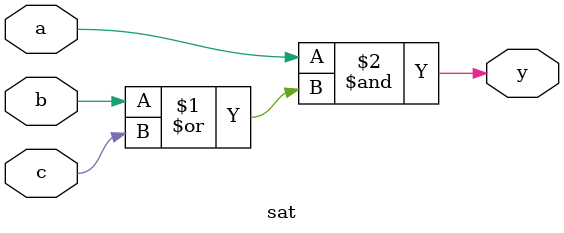
<source format=v>
module sat (a, b, c, y);
   input a, b, c;
   output y;

   assign y = a & (b | c);
endmodule
</source>
